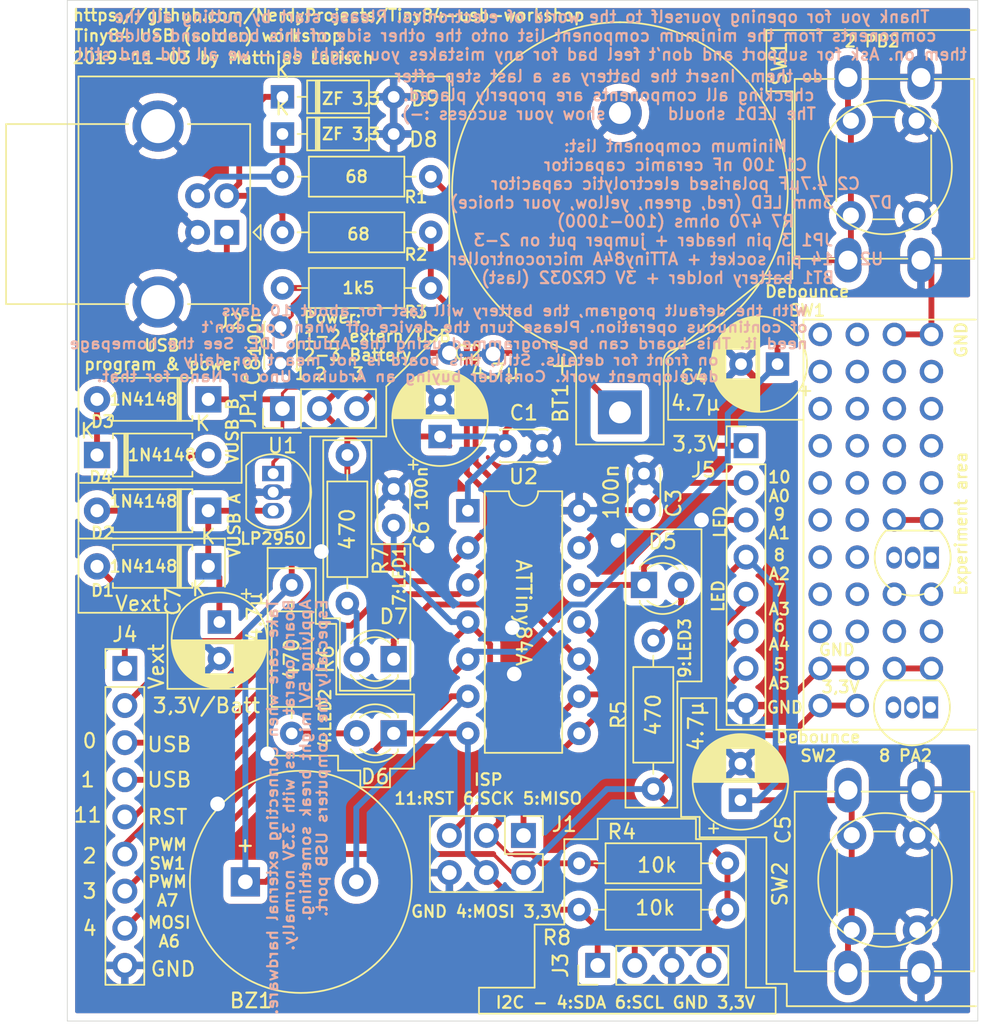
<source format=kicad_pcb>
(kicad_pcb (version 20171130) (host pcbnew 5.1.4)
  (layers (0 F.Cu signal) (31 B.Cu signal) (34 B.Paste user) (35 F.Paste user) (36 B.SilkS user hide) (37 F.SilkS user) (38 B.Mask user) (39 F.Mask user) (44 Edge.Cuts user))
  (net 0 "")
  (net 1 "Net-(BT1-Pad1)")
  (net 2 GND)
  (net 3 +3V3)
  (net 4 VDC)
  (net 5 "Net-(D2-Pad2)")
  (net 6 "Net-(D3-Pad2)")
  (net 7 "Net-(D5-Pad2)")
  (net 8 "Net-(D6-Pad2)")
  (net 9 MOSI)
  (net 10 "Net-(D7-Pad2)")
  (net 11 RESET)
  (net 12 SCK)
  (net 13 MISO)
  (net 14 USB_D+)
  (net 15 USB_D-)
  (net 16 PA7)
  (net 17 PA0)
  (net 18 PA3)
  (net 19 PA2)
  (net 20 PA1)
  (net 21 PB2)
  (net 22 "Net-(D8-Pad1)")
  (net 23 "Net-(D9-Pad1)")
  (net 24 "Net-(C7-Pad1)")
  (net 25 "Net-(C8-Pad1)")
  (module Package_TO_SOT_THT:TO-92_Inline (layer F.Cu) (at 104.075 63.625 180)
    (fp_text reference Q2 hide)
    (fp_text value BC547)
    (pad 1 thru_hole rect (at 0 0 180) (size 1.05 1.5) (drill 0.75) (layers *.Cu *.Mask))
    (pad 3 thru_hole oval (at 2.54 0 180) (size 1.05 1.5) (drill 0.75) (layers *.Cu *.Mask))
    (pad 2 thru_hole oval (at 1.27 0 180) (size 1.05 1.5) (drill 0.75) (layers *.Cu *.Mask))
  )
  (module Package_TO_SOT_THT:TO-92_Inline (layer F.Cu) (at 104.125 53.375 180)
    (fp_text reference Q1 hide)
    (fp_text value BC547)
    (pad 1 thru_hole rect (at 0 0 180) (size 1.05 1.5) (drill 0.75) (layers *.Cu *.Mask))
    (pad 3 thru_hole oval (at 2.54 0 180) (size 1.05 1.5) (drill 0.75) (layers *.Cu *.Mask))
    (pad 2 thru_hole oval (at 1.27 0 180) (size 1.05 1.5) (drill 0.75) (layers *.Cu *.Mask))
  )
  (module Capacitor_THT:C_Disc_D3.0mm_W2.0mm_P2.50mm (layer F.Cu) (at 59.563 37.592 270)
    (fp_text reference C8 (at 3.048 1.905 90) (layer F.SilkS))
    (fp_text value 100n (at 0.508 1.778 90) (layer F.SilkS) (effects (font (size 0.8 0.8))))
    (pad 2 thru_hole circle (at 2.5 0 270) (size 1.6 1.6) (drill 0.8) (layers *.Cu *.Mask) (net 2 GND))
    (pad 1 thru_hole circle (at 0 0 270) (size 1.6 1.6) (drill 0.8) (layers *.Cu *.Mask) (net 25 "Net-(C8-Pad1)"))
  )
  (module Capacitor_THT:CP_Radial_D6.3mm_P2.50mm (layer F.Cu) (at 55.372 57.785 270)
    (fp_text reference C7 (at -1.397 3.175 90) (layer F.SilkS))
    (fp_text value 4.7µ (at -0.381 -2.413 270) (layer F.SilkS))
    (pad 2 thru_hole circle (at 2.5 0 270) (size 1.6 1.6) (drill 0.8) (layers *.Cu *.Mask) (net 2 GND))
    (pad 1 thru_hole rect (at 0 0 270) (size 1.6 1.6) (drill 0.8) (layers *.Cu *.Mask) (net 24 "Net-(C7-Pad1)"))
  )
  (module Diode_THT:D_DO-35_SOD27_P7.62mm_Horizontal (layer F.Cu) (at 59.69 21.844)
    (fp_text reference D9 (at 9.779 0.127) (layer F.SilkS))
    (fp_text value "ZF 3,3" (at 4.699 0.127) (layer F.SilkS) (effects (font (size 0.8 0.8))))
    (fp_text user K (at 0 -1.8) (layer F.SilkS))
    (pad 2 thru_hole oval (at 7.62 0) (size 1.6 1.6) (drill 0.8) (layers *.Cu *.Mask) (net 2 GND))
    (pad 1 thru_hole rect (at 0 0) (size 1.6 1.6) (drill 0.8) (layers *.Cu *.Mask) (net 23 "Net-(D9-Pad1)"))
  )
  (module Diode_THT:D_DO-35_SOD27_P7.62mm_Horizontal (layer F.Cu) (at 59.69 24.384)
    (fp_text reference D8 (at 9.652 0.381) (layer F.SilkS))
    (fp_text value "ZF 3,3" (at 4.699 0) (layer F.SilkS) (effects (font (size 0.8 0.8))))
    (fp_text user K (at 0 -1.8) (layer F.SilkS))
    (pad 2 thru_hole oval (at 7.62 0) (size 1.6 1.6) (drill 0.8) (layers *.Cu *.Mask) (net 2 GND))
    (pad 1 thru_hole rect (at 0 0) (size 1.6 1.6) (drill 0.8) (layers *.Cu *.Mask) (net 22 "Net-(D8-Pad1)"))
  )
  (module Button_Switch_THT:SW_PUSH_6mm (layer F.Cu) (at 98.679 78.867 90)
    (fp_text reference SW4 hide)
    (fp_text value SW_Push)
    (pad 1 thru_hole circle (at 6.5 0 180) (size 2 2) (drill 1.1) (layers *.Cu *.Mask) (net 19 PA2))
    (pad 2 thru_hole circle (at 6.5 4.5 180) (size 2 2) (drill 1.1) (layers *.Cu *.Mask) (net 2 GND))
    (pad 1 thru_hole circle (at 0 0 180) (size 2 2) (drill 1.1) (layers *.Cu *.Mask) (net 19 PA2))
    (pad 2 thru_hole circle (at 0 4.5 180) (size 2 2) (drill 1.1) (layers *.Cu *.Mask) (net 2 GND))
  )
  (module Button_Switch_THT:SW_PUSH_6mm (layer F.Cu) (at 98.624 29.972 90)
    (fp_text reference SW3 hide)
    (fp_text value SW_Push)
    (pad 1 thru_hole circle (at 6.5 0 180) (size 2 2) (drill 1.1) (layers *.Cu *.Mask) (net 21 PB2))
    (pad 2 thru_hole circle (at 6.5 4.5 180) (size 2 2) (drill 1.1) (layers *.Cu *.Mask) (net 2 GND))
    (pad 1 thru_hole circle (at 0 0 180) (size 2 2) (drill 1.1) (layers *.Cu *.Mask) (net 21 PB2))
    (pad 2 thru_hole circle (at 0 4.5 180) (size 2 2) (drill 1.1) (layers *.Cu *.Mask) (net 2 GND))
  )
  (module Capacitor_THT:C_Disc_D3.0mm_W2.0mm_P2.50mm (layer F.Cu) (at 67.31 51.181 90)
    (fp_text reference C6 (at -0.635 1.905 90) (layer F.SilkS))
    (fp_text value 100n (at 2.54 1.905 90) (layer F.SilkS) (effects (font (size 0.8 0.8))))
    (pad 2 thru_hole circle (at 2.5 0 90) (size 1.6 1.6) (drill 0.8) (layers *.Cu *.Mask) (net 2 GND))
    (pad 1 thru_hole circle (at 0 0 90) (size 1.6 1.6) (drill 0.8) (layers *.Cu *.Mask) (net 11 RESET))
  )
  (module Capacitor_THT:C_Disc_D3.0mm_W2.0mm_P2.50mm (layer F.Cu) (at 84.455 47.625 270)
    (fp_text reference C3 (at 2.032 -2.032 90) (layer F.SilkS))
    (fp_text value 100n (at 1.25 2.25 90) (layer F.SilkS))
    (pad 2 thru_hole circle (at 2.5 0 270) (size 1.6 1.6) (drill 0.8) (layers *.Cu *.Mask) (net 17 PA0))
    (pad 1 thru_hole circle (at 0 0 270) (size 1.6 1.6) (drill 0.8) (layers *.Cu *.Mask) (net 2 GND))
  )
  (module Capacitor_THT:C_Disc_D3.0mm_W2.0mm_P2.50mm (layer F.Cu) (at 74.97 45.72)
    (fp_text reference C1 (at 1.25 -2.25) (layer F.SilkS))
    (fp_text value 100n)
    (pad 2 thru_hole circle (at 2.5 0) (size 1.6 1.6) (drill 0.8) (layers *.Cu *.Mask) (net 2 GND))
    (pad 1 thru_hole circle (at 0 0) (size 1.6 1.6) (drill 0.8) (layers *.Cu *.Mask) (net 3 +3V3))
  )
  (module Connector_PinHeader_2.54mm:PinHeader_1x08_P2.54mm_Vertical (layer F.Cu) (at 91.44 45.72)
    (fp_text reference J5 (at -2.921 1.651) (layer F.SilkS))
    (fp_text value Conn_01x08)
    (pad 8 thru_hole oval (at 0 17.78) (size 1.7 1.7) (drill 1) (layers *.Cu *.Mask) (net 2 GND))
    (pad 7 thru_hole oval (at 0 15.24) (size 1.7 1.7) (drill 1) (layers *.Cu *.Mask) (net 13 MISO))
    (pad 6 thru_hole oval (at 0 12.7) (size 1.7 1.7) (drill 1) (layers *.Cu *.Mask) (net 12 SCK))
    (pad 5 thru_hole oval (at 0 10.16) (size 1.7 1.7) (drill 1) (layers *.Cu *.Mask) (net 18 PA3))
    (pad 4 thru_hole oval (at 0 7.62) (size 1.7 1.7) (drill 1) (layers *.Cu *.Mask) (net 19 PA2))
    (pad 3 thru_hole oval (at 0 5.08) (size 1.7 1.7) (drill 1) (layers *.Cu *.Mask) (net 20 PA1))
    (pad 2 thru_hole oval (at 0 2.54) (size 1.7 1.7) (drill 1) (layers *.Cu *.Mask) (net 17 PA0))
    (pad 1 thru_hole rect (at 0 0) (size 1.7 1.7) (drill 1) (layers *.Cu *.Mask) (net 3 +3V3))
  )
  (module Connector_PinHeader_2.54mm:PinHeader_1x09_P2.54mm_Vertical (layer F.Cu) (at 48.895 60.96)
    (fp_text reference J4 (at 0 -2.33) (layer F.SilkS))
    (fp_text value Conn_01x09)
    (pad 9 thru_hole oval (at 0 20.32) (size 1.7 1.7) (drill 1) (layers *.Cu *.Mask) (net 2 GND))
    (pad 8 thru_hole oval (at 0 17.78) (size 1.7 1.7) (drill 1) (layers *.Cu *.Mask) (net 9 MOSI))
    (pad 7 thru_hole oval (at 0 15.24) (size 1.7 1.7) (drill 1) (layers *.Cu *.Mask) (net 16 PA7))
    (pad 6 thru_hole oval (at 0 12.7) (size 1.7 1.7) (drill 1) (layers *.Cu *.Mask) (net 21 PB2))
    (pad 5 thru_hole oval (at 0 10.16) (size 1.7 1.7) (drill 1) (layers *.Cu *.Mask) (net 11 RESET))
    (pad 4 thru_hole oval (at 0 7.62) (size 1.7 1.7) (drill 1) (layers *.Cu *.Mask) (net 14 USB_D+))
    (pad 3 thru_hole oval (at 0 5.08) (size 1.7 1.7) (drill 1) (layers *.Cu *.Mask) (net 15 USB_D-))
    (pad 2 thru_hole oval (at 0 2.54) (size 1.7 1.7) (drill 1) (layers *.Cu *.Mask) (net 3 +3V3))
    (pad 1 thru_hole rect (at 0 0) (size 1.7 1.7) (drill 1) (layers *.Cu *.Mask) (net 4 VDC))
  )
  (module Connector_PinHeader_2.54mm:PinHeader_1x04_P2.54mm_Vertical (layer F.Cu) (at 81.28 81.28 90)
    (fp_text reference J3 (at 0 -2.54 90) (layer F.SilkS))
    (fp_text value I2C)
    (pad 4 thru_hole oval (at 0 7.62 90) (size 1.7 1.7) (drill 1) (layers *.Cu *.Mask) (net 3 +3V3))
    (pad 3 thru_hole oval (at 0 5.08 90) (size 1.7 1.7) (drill 1) (layers *.Cu *.Mask) (net 2 GND))
    (pad 2 thru_hole oval (at 0 2.54 90) (size 1.7 1.7) (drill 1) (layers *.Cu *.Mask) (net 12 SCK))
    (pad 1 thru_hole rect (at 0 0 90) (size 1.7 1.7) (drill 1) (layers *.Cu *.Mask) (net 9 MOSI))
  )
  (module Package_DIP:DIP-14_W7.62mm (layer F.Cu) (at 72.39 50.165)
    (fp_text reference U2 (at 3.81 -2.33) (layer F.SilkS))
    (fp_text value ATtiny84A-PU)
    (pad 14 thru_hole oval (at 7.62 0) (size 1.6 1.6) (drill 0.8) (layers *.Cu *.Mask) (net 2 GND))
    (pad 7 thru_hole oval (at 0 15.24) (size 1.6 1.6) (drill 0.8) (layers *.Cu *.Mask) (net 9 MOSI))
    (pad 13 thru_hole oval (at 7.62 2.54) (size 1.6 1.6) (drill 0.8) (layers *.Cu *.Mask) (net 17 PA0))
    (pad 6 thru_hole oval (at 0 12.7) (size 1.6 1.6) (drill 0.8) (layers *.Cu *.Mask) (net 16 PA7))
    (pad 12 thru_hole oval (at 7.62 5.08) (size 1.6 1.6) (drill 0.8) (layers *.Cu *.Mask) (net 20 PA1))
    (pad 5 thru_hole oval (at 0 10.16) (size 1.6 1.6) (drill 0.8) (layers *.Cu *.Mask) (net 21 PB2))
    (pad 11 thru_hole oval (at 7.62 7.62) (size 1.6 1.6) (drill 0.8) (layers *.Cu *.Mask) (net 19 PA2))
    (pad 4 thru_hole oval (at 0 7.62) (size 1.6 1.6) (drill 0.8) (layers *.Cu *.Mask) (net 11 RESET))
    (pad 10 thru_hole oval (at 7.62 10.16) (size 1.6 1.6) (drill 0.8) (layers *.Cu *.Mask) (net 18 PA3))
    (pad 3 thru_hole oval (at 0 5.08) (size 1.6 1.6) (drill 0.8) (layers *.Cu *.Mask) (net 14 USB_D+))
    (pad 9 thru_hole oval (at 7.62 12.7) (size 1.6 1.6) (drill 0.8) (layers *.Cu *.Mask) (net 12 SCK))
    (pad 2 thru_hole oval (at 0 2.54) (size 1.6 1.6) (drill 0.8) (layers *.Cu *.Mask) (net 15 USB_D-))
    (pad 8 thru_hole oval (at 7.62 15.24) (size 1.6 1.6) (drill 0.8) (layers *.Cu *.Mask) (net 13 MISO))
    (pad 1 thru_hole rect (at 0 0) (size 1.6 1.6) (drill 0.8) (layers *.Cu *.Mask) (net 3 +3V3))
  )
  (module Package_TO_SOT_THT:TO-92_Inline (layer F.Cu) (at 59.055 47.625 270)
    (fp_text reference U1 (at -1.905 -0.635 180) (layer F.SilkS))
    (fp_text value LP2950-3.3_TO92)
    (pad 1 thru_hole rect (at 0 0 270) (size 1.05 1.5) (drill 0.75) (layers *.Cu *.Mask) (net 25 "Net-(C8-Pad1)"))
    (pad 3 thru_hole oval (at 2.54 0 270) (size 1.05 1.5) (drill 0.75) (layers *.Cu *.Mask) (net 24 "Net-(C7-Pad1)"))
    (pad 2 thru_hole oval (at 1.27 0 270) (size 1.05 1.5) (drill 0.75) (layers *.Cu *.Mask) (net 2 GND))
  )
  (module Button_Switch_THT:SW_PUSH-12mm (layer F.Cu) (at 98.425 81.788 90)
    (fp_text reference SW2 (at 6.08 -4.66 90) (layer F.SilkS))
    (fp_text value BTN2)
    (pad 2 thru_hole oval (at 0 5 90) (size 3.048 1.85) (drill 1.3) (layers *.Cu *.Mask) (net 2 GND))
    (pad 1 thru_hole oval (at 0 0 90) (size 3.048 1.85) (drill 1.3) (layers *.Cu *.Mask) (net 19 PA2))
    (pad 2 thru_hole oval (at 12.5 5 90) (size 3.048 1.85) (drill 1.3) (layers *.Cu *.Mask) (net 2 GND))
    (pad 1 thru_hole oval (at 12.5 0 90) (size 3.048 1.85) (drill 1.3) (layers *.Cu *.Mask) (net 19 PA2))
  )
  (module Button_Switch_THT:SW_PUSH-12mm (layer F.Cu) (at 98.425 33.02 90)
    (fp_text reference SW1 (at 13.462 -4.699 90) (layer F.SilkS))
    (fp_text value BTN1)
    (pad 2 thru_hole oval (at 0 5 90) (size 3.048 1.85) (drill 1.3) (layers *.Cu *.Mask) (net 2 GND))
    (pad 1 thru_hole oval (at 0 0 90) (size 3.048 1.85) (drill 1.3) (layers *.Cu *.Mask) (net 21 PB2))
    (pad 2 thru_hole oval (at 12.5 5 90) (size 3.048 1.85) (drill 1.3) (layers *.Cu *.Mask) (net 2 GND))
    (pad 1 thru_hole oval (at 12.5 0 90) (size 3.048 1.85) (drill 1.3) (layers *.Cu *.Mask) (net 21 PB2))
  )
  (module Resistor_THT:R_Axial_DIN0207_L6.3mm_D2.5mm_P10.16mm_Horizontal (layer F.Cu) (at 80.01 77.47)
    (fp_text reference R8 (at -1.524 1.905) (layer F.SilkS))
    (fp_text value 10k (at 5.207 -0.127) (layer F.SilkS))
    (pad 2 thru_hole oval (at 10.16 0) (size 1.6 1.6) (drill 0.8) (layers *.Cu *.Mask) (net 3 +3V3))
    (pad 1 thru_hole circle (at 0 0) (size 1.6 1.6) (drill 0.8) (layers *.Cu *.Mask) (net 9 MOSI))
  )
  (module Resistor_THT:R_Axial_DIN0207_L6.3mm_D2.5mm_P10.16mm_Horizontal (layer F.Cu) (at 64.135 46.355 270)
    (fp_text reference R7 (at 7.239 -2.286 90) (layer F.SilkS))
    (fp_text value 470 (at 5.08 0 90) (layer F.SilkS))
    (pad 2 thru_hole oval (at 10.16 0 270) (size 1.6 1.6) (drill 0.8) (layers *.Cu *.Mask) (net 10 "Net-(D7-Pad2)"))
    (pad 1 thru_hole circle (at 0 0 270) (size 1.6 1.6) (drill 0.8) (layers *.Cu *.Mask) (net 3 +3V3))
  )
  (module Resistor_THT:R_Axial_DIN0207_L6.3mm_D2.5mm_P10.16mm_Horizontal (layer F.Cu) (at 60.325 55.245 270)
    (fp_text reference R6 (at 5.08 -2.37 90) (layer F.SilkS))
    (fp_text value 470 (at 5.08 0 90) (layer F.SilkS))
    (pad 2 thru_hole oval (at 10.16 0 270) (size 1.6 1.6) (drill 0.8) (layers *.Cu *.Mask) (net 8 "Net-(D6-Pad2)"))
    (pad 1 thru_hole circle (at 0 0 270) (size 1.6 1.6) (drill 0.8) (layers *.Cu *.Mask) (net 3 +3V3))
  )
  (module Resistor_THT:R_Axial_DIN0207_L6.3mm_D2.5mm_P10.16mm_Horizontal (layer F.Cu) (at 85.09 69.215 90)
    (fp_text reference R5 (at 5.08 -2.37 90) (layer F.SilkS))
    (fp_text value 470 (at 5.08 0 90) (layer F.SilkS))
    (pad 2 thru_hole oval (at 10.16 0 90) (size 1.6 1.6) (drill 0.8) (layers *.Cu *.Mask) (net 7 "Net-(D5-Pad2)"))
    (pad 1 thru_hole circle (at 0 0 90) (size 1.6 1.6) (drill 0.8) (layers *.Cu *.Mask) (net 3 +3V3))
  )
  (module Resistor_THT:R_Axial_DIN0207_L6.3mm_D2.5mm_P10.16mm_Horizontal (layer F.Cu) (at 80.01 74.295)
    (fp_text reference R4 (at 2.921 -2.159) (layer F.SilkS))
    (fp_text value 10k (at 5.334 0.127) (layer F.SilkS))
    (pad 2 thru_hole oval (at 10.16 0) (size 1.6 1.6) (drill 0.8) (layers *.Cu *.Mask) (net 3 +3V3))
    (pad 1 thru_hole circle (at 0 0) (size 1.6 1.6) (drill 0.8) (layers *.Cu *.Mask) (net 12 SCK))
  )
  (module Resistor_THT:R_Axial_DIN0207_L6.3mm_D2.5mm_P10.16mm_Horizontal (layer F.Cu) (at 69.85 34.925 180)
    (fp_text reference R3 (at 1.016 -1.651) (layer F.SilkS) (effects (font (size 0.8 0.8))))
    (fp_text value 1k5 (at 4.953 0) (layer F.SilkS) (effects (font (size 0.8 0.8))))
    (pad 2 thru_hole oval (at 10.16 0 180) (size 1.6 1.6) (drill 0.8) (layers *.Cu *.Mask) (net 3 +3V3))
    (pad 1 thru_hole circle (at 0 0 180) (size 1.6 1.6) (drill 0.8) (layers *.Cu *.Mask) (net 15 USB_D-))
  )
  (module Resistor_THT:R_Axial_DIN0207_L6.3mm_D2.5mm_P10.16mm_Horizontal (layer F.Cu) (at 69.85 31.115 180)
    (fp_text reference R2 (at 1.016 -1.524) (layer F.SilkS) (effects (font (size 0.8 0.8))))
    (fp_text value 68 (at 4.953 -0.127) (layer F.SilkS) (effects (font (size 0.8 0.8))))
    (pad 2 thru_hole oval (at 10.16 0 180) (size 1.6 1.6) (drill 0.8) (layers *.Cu *.Mask) (net 23 "Net-(D9-Pad1)"))
    (pad 1 thru_hole circle (at 0 0 180) (size 1.6 1.6) (drill 0.8) (layers *.Cu *.Mask) (net 15 USB_D-))
  )
  (module Resistor_THT:R_Axial_DIN0207_L6.3mm_D2.5mm_P10.16mm_Horizontal (layer F.Cu) (at 69.85 27.305 180)
    (fp_text reference R1 (at 1.016 -1.397) (layer F.SilkS) (effects (font (size 0.8 0.8))))
    (fp_text value 68 (at 5.08 0) (layer F.SilkS) (effects (font (size 0.8 0.8))))
    (pad 2 thru_hole oval (at 10.16 0 180) (size 1.6 1.6) (drill 0.8) (layers *.Cu *.Mask) (net 22 "Net-(D8-Pad1)"))
    (pad 1 thru_hole circle (at 0 0 180) (size 1.6 1.6) (drill 0.8) (layers *.Cu *.Mask) (net 14 USB_D+))
  )
  (module Connector_PinHeader_2.54mm:PinHeader_1x03_P2.54mm_Vertical (layer F.Cu) (at 59.69 43.18 90)
    (fp_text reference JP1 (at 0 -2.33 90) (layer F.SilkS))
    (fp_text value Jumper_3_Open)
    (pad 3 thru_hole oval (at 0 5.08 90) (size 1.7 1.7) (drill 1) (layers *.Cu *.Mask) (net 1 "Net-(BT1-Pad1)"))
    (pad 2 thru_hole oval (at 0 2.54 90) (size 1.7 1.7) (drill 1) (layers *.Cu *.Mask) (net 3 +3V3))
    (pad 1 thru_hole rect (at 0 0 90) (size 1.7 1.7) (drill 1) (layers *.Cu *.Mask) (net 25 "Net-(C8-Pad1)"))
  )
  (module Connector_USB:USB_B_OST_USB-B1HSxx_Horizontal (layer F.Cu) (at 55.88 31.115 180)
    (fp_text reference J2 (at -0.254 -6.096) (layer F.SilkS))
    (fp_text value USB_B)
    (pad 5 thru_hole circle (at 4.71 7.27 180) (size 3.5 3.5) (drill 2.33) (layers *.Cu *.Mask) (net 2 GND))
    (pad 5 thru_hole circle (at 4.71 -4.77 180) (size 3.5 3.5) (drill 2.33) (layers *.Cu *.Mask) (net 2 GND))
    (pad 4 thru_hole circle (at 2 0 180) (size 1.7 1.7) (drill 0.92) (layers *.Cu *.Mask) (net 2 GND))
    (pad 3 thru_hole circle (at 2 2.5 180) (size 1.7 1.7) (drill 0.92) (layers *.Cu *.Mask) (net 22 "Net-(D8-Pad1)"))
    (pad 2 thru_hole circle (at 0 2.5 180) (size 1.7 1.7) (drill 0.92) (layers *.Cu *.Mask) (net 23 "Net-(D9-Pad1)"))
    (pad 1 thru_hole rect (at 0 0 180) (size 1.7 1.7) (drill 0.92) (layers *.Cu *.Mask) (net 5 "Net-(D2-Pad2)"))
  )
  (module Connector_PinHeader_2.54mm:PinHeader_2x03_P2.54mm_Vertical (layer F.Cu) (at 76.2 72.39 270)
    (fp_text reference J1 (at -0.762 -2.794 180) (layer F.SilkS))
    (fp_text value Conn_02x03_Odd_Even)
    (pad 6 thru_hole oval (at 2.54 5.08 270) (size 1.7 1.7) (drill 1) (layers *.Cu *.Mask) (net 2 GND))
    (pad 5 thru_hole oval (at 0 5.08 270) (size 1.7 1.7) (drill 1) (layers *.Cu *.Mask) (net 11 RESET))
    (pad 4 thru_hole oval (at 2.54 2.54 270) (size 1.7 1.7) (drill 1) (layers *.Cu *.Mask) (net 9 MOSI))
    (pad 3 thru_hole oval (at 0 2.54 270) (size 1.7 1.7) (drill 1) (layers *.Cu *.Mask) (net 12 SCK))
    (pad 2 thru_hole oval (at 2.54 0 270) (size 1.7 1.7) (drill 1) (layers *.Cu *.Mask) (net 3 +3V3))
    (pad 1 thru_hole rect (at 0 0 270) (size 1.7 1.7) (drill 1) (layers *.Cu *.Mask) (net 13 MISO))
  )
  (module LED_THT:LED_D3.0mm (layer F.Cu) (at 67.31 60.325 180)
    (fp_text reference D7 (at 0 2.921) (layer F.SilkS))
    (fp_text value LED1)
    (pad 2 thru_hole circle (at 2.54 0 180) (size 1.8 1.8) (drill 0.9) (layers *.Cu *.Mask) (net 10 "Net-(D7-Pad2)"))
    (pad 1 thru_hole rect (at 0 0 180) (size 1.8 1.8) (drill 0.9) (layers *.Cu *.Mask) (net 18 PA3))
  )
  (module LED_THT:LED_D3.0mm (layer F.Cu) (at 67.31 65.405 180)
    (fp_text reference D6 (at 1.27 -2.96) (layer F.SilkS))
    (fp_text value LED2)
    (pad 2 thru_hole circle (at 2.54 0 180) (size 1.8 1.8) (drill 0.9) (layers *.Cu *.Mask) (net 8 "Net-(D6-Pad2)"))
    (pad 1 thru_hole rect (at 0 0 180) (size 1.8 1.8) (drill 0.9) (layers *.Cu *.Mask) (net 9 MOSI))
  )
  (module LED_THT:LED_D3.0mm (layer F.Cu) (at 84.455 55.245)
    (fp_text reference D5 (at 1.27 -2.96) (layer F.SilkS))
    (fp_text value LED3)
    (pad 2 thru_hole circle (at 2.54 0) (size 1.8 1.8) (drill 0.9) (layers *.Cu *.Mask) (net 7 "Net-(D5-Pad2)"))
    (pad 1 thru_hole rect (at 0 0) (size 1.8 1.8) (drill 0.9) (layers *.Cu *.Mask) (net 20 PA1))
  )
  (module Diode_THT:D_A-405_P7.62mm_Horizontal (layer F.Cu) (at 46.99 46.355)
    (fp_text reference D4 (at 0.254 1.524) (layer F.SilkS) (effects (font (size 0.8 0.8))))
    (fp_text value 1N4148 (at 4.445 0) (layer F.SilkS) (effects (font (size 0.8 0.8))))
    (fp_text user K (at -0.635 -1.651) (layer F.SilkS))
    (pad 2 thru_hole oval (at 7.62 0) (size 1.8 1.8) (drill 0.9) (layers *.Cu *.Mask) (net 5 "Net-(D2-Pad2)"))
    (pad 1 thru_hole rect (at 0 0) (size 1.8 1.8) (drill 0.9) (layers *.Cu *.Mask) (net 6 "Net-(D3-Pad2)"))
  )
  (module Diode_THT:D_A-405_P7.62mm_Horizontal (layer F.Cu) (at 54.61 42.545 180)
    (fp_text reference D3 (at 7.239 -1.524) (layer F.SilkS) (effects (font (size 0.8 0.8))))
    (fp_text value 1N4148 (at 4.445 0) (layer F.SilkS) (effects (font (size 0.8 0.8))))
    (fp_text user K (at 0.381 -1.651) (layer F.SilkS))
    (pad 2 thru_hole oval (at 7.62 0 180) (size 1.8 1.8) (drill 0.9) (layers *.Cu *.Mask) (net 6 "Net-(D3-Pad2)"))
    (pad 1 thru_hole rect (at 0 0 180) (size 1.8 1.8) (drill 0.9) (layers *.Cu *.Mask) (net 25 "Net-(C8-Pad1)"))
  )
  (module Diode_THT:D_A-405_P7.62mm_Horizontal (layer F.Cu) (at 54.61 50.165 180)
    (fp_text reference D2 (at 7.239 -1.524) (layer F.SilkS) (effects (font (size 0.8 0.8))))
    (fp_text value 1N4148 (at 4.445 0.635) (layer F.SilkS) (effects (font (size 0.8 0.8))))
    (fp_text user K (at 0 -1.778) (layer F.SilkS))
    (pad 2 thru_hole oval (at 7.62 0 180) (size 1.8 1.8) (drill 0.9) (layers *.Cu *.Mask) (net 5 "Net-(D2-Pad2)"))
    (pad 1 thru_hole rect (at 0 0 180) (size 1.8 1.8) (drill 0.9) (layers *.Cu *.Mask) (net 24 "Net-(C7-Pad1)"))
  )
  (module Diode_THT:D_A-405_P7.62mm_Horizontal (layer F.Cu) (at 54.61 53.975 180)
    (fp_text reference D1 (at 7.239 -1.651) (layer F.SilkS) (effects (font (size 0.8 0.8))))
    (fp_text value 1N4148 (at 4.445 0) (layer F.SilkS) (effects (font (size 0.8 0.8))))
    (fp_text user K (at 0.635 -1.524) (layer F.SilkS))
    (pad 2 thru_hole oval (at 7.62 0 180) (size 1.8 1.8) (drill 0.9) (layers *.Cu *.Mask) (net 4 VDC))
    (pad 1 thru_hole rect (at 0 0 180) (size 1.8 1.8) (drill 0.9) (layers *.Cu *.Mask) (net 24 "Net-(C7-Pad1)"))
  )
  (module Capacitor_THT:CP_Radial_D6.3mm_P2.50mm (layer F.Cu) (at 91.059 69.977 90)
    (fp_text reference C5 (at -2.032 2.921 90) (layer F.SilkS))
    (fp_text value 4.7µ (at 5.08 -3.048 90) (layer F.SilkS))
    (pad 2 thru_hole circle (at 2.5 0 90) (size 1.6 1.6) (drill 0.8) (layers *.Cu *.Mask) (net 2 GND))
    (pad 1 thru_hole rect (at 0 0 90) (size 1.6 1.6) (drill 0.8) (layers *.Cu *.Mask) (net 19 PA2))
  )
  (module Capacitor_THT:CP_Radial_D6.3mm_P2.50mm (layer F.Cu) (at 93.599 40.132 180)
    (fp_text reference C4 (at 5.715 -0.889) (layer F.SilkS))
    (fp_text value 4.7µ (at 5.588 -2.667) (layer F.SilkS))
    (pad 2 thru_hole circle (at 2.5 0 180) (size 1.6 1.6) (drill 0.8) (layers *.Cu *.Mask) (net 2 GND))
    (pad 1 thru_hole rect (at 0 0 180) (size 1.6 1.6) (drill 0.8) (layers *.Cu *.Mask) (net 21 PB2))
  )
  (module Capacitor_THT:CP_Radial_D6.3mm_P2.50mm (layer F.Cu) (at 70.485 45.085 90)
    (fp_text reference C2 (at 5.715 1.905 180) (layer F.SilkS))
    (fp_text value 4.7µ (at 4.445 3.81 180) (layer F.SilkS))
    (pad 2 thru_hole circle (at 2.5 0 90) (size 1.6 1.6) (drill 0.8) (layers *.Cu *.Mask) (net 2 GND))
    (pad 1 thru_hole rect (at 0 0 90) (size 1.6 1.6) (drill 0.8) (layers *.Cu *.Mask) (net 3 +3V3))
  )
  (module Buzzer_Beeper:Buzzer_15x7.5RM7.6 (layer F.Cu) (at 57.15 75.565)
    (fp_text reference BZ1 (at 0.381 8.128) (layer F.SilkS))
    (fp_text value Buzzer)
    (fp_text user + (at -0.01 -2.54) (layer F.SilkS))
    (pad 2 thru_hole circle (at 7.6 0) (size 2 2) (drill 1) (layers *.Cu *.Mask) (net 16 PA7))
    (pad 1 thru_hole rect (at 0 0) (size 2 2) (drill 1) (layers *.Cu *.Mask) (net 3 +3V3))
  )
  (module Battery:BatteryHolder_Keystone_103_1x20mm (layer F.Cu) (at 82.804 43.434 90)
    (fp_text reference BT1 (at 0.635 -4.064 90) (layer F.SilkS))
    (fp_text value Battery_Cell)
    (fp_text user + (at 3.175 -4.064 90) (layer F.SilkS) (effects (font (size 1.5 1.5))))
    (pad 1 thru_hole rect (at 0 0 90) (size 3 3) (drill 1.5) (layers *.Cu *.Mask) (net 1 "Net-(BT1-Pad1)"))
    (pad 2 thru_hole circle (at 20.49 0 90) (size 3 3) (drill 1.5) (layers *.Cu *.Mask) (net 2 GND))
  )
  (gr_line (start 58.674 52.705) (end 58.674 54.102) (layer F.SilkS) (width 0.12))
  (gr_line (start 51.816 62.357) (end 58.674 62.357) (layer F.SilkS) (width 0.12))
  (gr_line (start 51.816 57.15) (end 51.816 62.357) (layer F.SilkS) (width 0.12))
  (gr_text LED (at 89.535 56.007 90) (layer F.SilkS) (effects (font (size 0.8 0.8))))
  (gr_text LED (at 89.662 50.927 90) (layer F.SilkS) (effects (font (size 0.8 0.8))))
  (gr_text "8 PA2" (at 102.362 66.929) (layer F.SilkS) (effects (font (size 0.8 0.8))))
  (gr_text "2 PB2" (at 100.076 18.034) (layer F.SilkS) (effects (font (size 0.8 0.8))))
  (gr_line (start 95.377 43.942) (end 95.377 65.151) (layer F.SilkS) (width 0.12))
  (gr_text 3,3V (at 97.917 62.23) (layer F.SilkS) (effects (font (size 0.8 0.8))))
  (gr_text GND (at 97.663 59.69) (layer F.SilkS) (effects (font (size 0.8 0.8))))
  (gr_text GND (at 106.172 38.481 90) (layer F.SilkS) (effects (font (size 0.8 0.8))))
  (gr_text "Take care when connecting external hardware.\nBoard operat    es with 3.3V normally.\nApplying 5V might break something.\nEspecially the computers USB port." (at 60.706 56.134 90) (layer B.SilkS) (effects (font (size 0.7 0.8)) (justify left mirror)))
  (gr_text "With the default program, the battery will last for about 10 days\nof continuous operation. Please turn the device off when you don't\nneed it. This board can be programmed using the Arduino IDE. See the homepage\n          on front for details. Still, this board is not meant for daily\n          development work. Consider buying an Arduino Uno or Nano for that." (at 95.758 38.735) (layer B.SilkS) (effects (font (size 0.7 0.8)) (justify left mirror)))
  (gr_line (start 61.595 45.085) (end 61.595 45.72) (layer F.SilkS) (width 0.12))
  (gr_line (start 66.802 45.085) (end 61.595 45.085) (layer F.SilkS) (width 0.12))
  (gr_text "do them. Insert the battery as a last step after\nchecking all components are properly placed.\nThe LED1 should       show your success :-)" (at 82.042 21.717) (layer B.SilkS) (effects (font (size 0.8 0.8)) (justify mirror)))
  (gr_text "Minimum component list:\nC1 100 nF ceramic capacitor\nC2 4.7µF polarised electrolytic capacitor\n D7    3mm LED (red, green, yellow, your choice)\nR7 470 ohms (100-1000)\n     JP1 3 pin header + jumper put on 2-3\n  U2   14 pin socket + ATTiny84A microcontroller\n    BT1 battery holder + 3V CR2032 (last)" (at 86.614 29.718) (layer B.SilkS) (effects (font (size 0.8 0.8)) (justify mirror)))
  (gr_text "Thank you for opening yourself to the world of electronics. Please start by putting all the\ncomponents from the minimum component list onto the other side of this board and solder\nthem on. Ask for support and don't feel bad for any mistakes you might do - we all did and still" (at 76.073 17.653) (layer B.SilkS) (effects (font (size 0.8 0.8)) (justify mirror)))
  (gr_text "Experiment area" (at 106.172 51.054 90) (layer F.SilkS) (effects (font (size 0.8 0.8))))
  (gr_line (start 95.377 37.084) (end 107.188 37.084) (layer F.SilkS) (width 0.12))
  (gr_line (start 95.377 37.338) (end 95.377 37.084) (layer F.SilkS) (width 0.12))
  (gr_line (start 95.377 43.942) (end 95.377 37.338) (layer F.SilkS) (width 0.12))
  (gr_line (start 86.106 43.942) (end 95.377 43.942) (layer F.SilkS) (width 0.12))
  (gr_line (start 86.106 39.624) (end 86.106 43.942) (layer F.SilkS) (width 0.12))
  (gr_line (start 92.71 34.29) (end 86.106 39.624) (layer F.SilkS) (width 0.12))
  (gr_line (start 94.615 34.29) (end 92.71 34.29) (layer F.SilkS) (width 0.12))
  (gr_line (start 94.615 21.463) (end 94.615 34.29) (layer F.SilkS) (width 0.12))
  (gr_line (start 92.837 21.463) (end 94.615 21.463) (layer F.SilkS) (width 0.12))
  (gr_line (start 92.837 17.272) (end 92.837 21.463) (layer F.SilkS) (width 0.12))
  (gr_line (start 107.188 17.272) (end 92.837 17.272) (layer F.SilkS) (width 0.12))
  (gr_line (start 94.234 84.074) (end 107.188 84.074) (layer F.SilkS) (width 0.12))
  (gr_line (start 94.234 82.55) (end 94.234 84.074) (layer F.SilkS) (width 0.12))
  (gr_line (start 92.837 82.55) (end 94.234 82.55) (layer F.SilkS) (width 0.12))
  (gr_line (start 92.837 72.517) (end 92.837 82.55) (layer F.SilkS) (width 0.12))
  (gr_line (start 91.567 72.517) (end 92.837 72.517) (layer F.SilkS) (width 0.12))
  (gr_line (start 88.265 72.517) (end 91.567 72.517) (layer F.SilkS) (width 0.12))
  (gr_line (start 88.265 71.12) (end 88.265 72.517) (layer F.SilkS) (width 0.12))
  (gr_line (start 86.995 71.12) (end 88.265 71.12) (layer F.SilkS) (width 0.12))
  (gr_line (start 86.995 62.992) (end 86.995 71.12) (layer F.SilkS) (width 0.12))
  (gr_line (start 89.408 62.992) (end 86.995 62.992) (layer F.SilkS) (width 0.12))
  (gr_line (start 89.408 65.151) (end 89.408 62.992) (layer F.SilkS) (width 0.12))
  (gr_line (start 107.188 65.151) (end 89.408 65.151) (layer F.SilkS) (width 0.12))
  (gr_text "Debounce\nSW1" (at 95.631 35.814) (layer F.SilkS) (effects (font (size 0.8 0.8))))
  (gr_text https://github.com/NerdyProjects/Tiny84-usb-workshop (at 62.865 16.256) (layer F.SilkS) (effects (font (size 0.8 0.8))))
  (gr_text "2019-11-03 by Matthias Larisch" (at 55.626 19.177) (layer F.SilkS) (effects (font (size 0.8 0.8))))
  (gr_text "Tiny84 USB (solder) workshop" (at 54.61 17.653) (layer F.SilkS) (effects (font (size 0.8 0.8))))
  (gr_line (start 44.958 15.24) (end 44.958 85.09) (layer Edge.Cuts) (width 0.05))
  (gr_line (start 107.315 15.24) (end 44.958 15.24) (layer Edge.Cuts) (width 0.05))
  (gr_line (start 107.315 85.09) (end 107.315 15.24) (layer Edge.Cuts) (width 0.05))
  (gr_line (start 44.958 85.09) (end 107.315 85.09) (layer Edge.Cuts) (width 0.05))
  (gr_text 0 (at 46.482 65.913) (layer F.SilkS) (effects (font (size 1 1))))
  (gr_text 1 (at 46.355 68.58) (layer F.SilkS) (effects (font (size 1 1))))
  (gr_text GND (at 94.107 63.627) (layer F.SilkS) (effects (font (size 0.8 0.8))))
  (gr_text 3,3V (at 88.011 45.593) (layer F.SilkS) (effects (font (size 1 1))))
  (gr_text "10\nA0" (at 93.726 48.514) (layer F.SilkS) (effects (font (size 0.8 0.8))))
  (gr_text "9\nA1" (at 93.726 51.054) (layer F.SilkS) (effects (font (size 0.8 0.8))))
  (gr_text "8\nA2" (at 93.726 53.848) (layer F.SilkS) (effects (font (size 0.8 0.8))))
  (gr_text "7\nA3" (at 93.726 56.261) (layer F.SilkS) (effects (font (size 0.8 0.8))))
  (gr_text "6\nA4" (at 93.726 58.674) (layer F.SilkS) (effects (font (size 0.8 0.8))))
  (gr_text "5\nA5" (at 93.726 61.341) (layer F.SilkS) (effects (font (size 0.8 0.8))))
  (gr_text GND (at 52.197 81.534) (layer F.SilkS) (effects (font (size 1 1))))
  (gr_text 4 (at 46.482 78.74) (layer F.SilkS) (effects (font (size 1 1))))
  (gr_text "MOSI\nA6" (at 51.943 78.994) (layer F.SilkS) (effects (font (size 0.8 0.8))))
  (gr_text 3 (at 46.482 76.2) (layer F.SilkS) (effects (font (size 1 1))))
  (gr_text "PWM\nA7" (at 51.816 76.2) (layer F.SilkS) (effects (font (size 0.8 0.8))))
  (gr_text 2 (at 46.482 73.787) (layer F.SilkS) (effects (font (size 1 1))))
  (gr_text "PWM\nSW1" (at 51.816 73.66) (layer F.SilkS) (effects (font (size 0.8 0.8))))
  (gr_text RST (at 51.816 71.12) (layer F.SilkS) (effects (font (size 1 1))))
  (gr_text 11 (at 46.355 70.993) (layer F.SilkS) (effects (font (size 1 1))))
  (gr_text USB (at 51.943 68.58) (layer F.SilkS) (effects (font (size 1 1))))
  (gr_text USB (at 51.943 66.167) (layer F.SilkS) (effects (font (size 1 1))))
  (gr_text 3,3V/Batt (at 54.483 63.5) (layer F.SilkS) (effects (font (size 1 1))))
  (gr_text Vext (at 51.054 60.833 90) (layer F.SilkS) (effects (font (size 1 1))))
  (gr_line (start 83.185 70.485) (end 83.439 70.485) (layer F.SilkS) (width 0.12))
  (gr_line (start 83.185 51.435) (end 83.185 70.485) (layer F.SilkS) (width 0.12))
  (gr_line (start 88.392 51.435) (end 83.185 51.435) (layer F.SilkS) (width 0.12))
  (gr_line (start 88.392 61.849) (end 88.392 51.435) (layer F.SilkS) (width 0.12))
  (gr_line (start 88.138 61.849) (end 88.392 61.849) (layer F.SilkS) (width 0.12))
  (gr_line (start 86.741 61.849) (end 88.138 61.849) (layer F.SilkS) (width 0.12))
  (gr_line (start 86.741 70.485) (end 86.741 61.849) (layer F.SilkS) (width 0.12))
  (gr_line (start 83.439 70.485) (end 86.741 70.485) (layer F.SilkS) (width 0.12))
  (gr_text 9:LED3 (at 87.249 59.563 90) (layer F.SilkS) (effects (font (size 0.8 0.8))))
  (gr_line (start 61.976 57.912) (end 61.976 54.102) (layer F.SilkS) (width 0.12))
  (gr_line (start 63.373 57.912) (end 61.976 57.912) (layer F.SilkS) (width 0.12))
  (gr_line (start 63.373 62.738) (end 63.373 57.912) (layer F.SilkS) (width 0.12))
  (gr_line (start 68.707 62.738) (end 63.373 62.738) (layer F.SilkS) (width 0.12))
  (gr_line (start 68.707 67.818) (end 68.707 62.738) (layer F.SilkS) (width 0.12))
  (gr_line (start 67.056 67.818) (end 68.707 67.818) (layer F.SilkS) (width 0.12))
  (gr_line (start 67.056 69.088) (end 67.056 67.818) (layer F.SilkS) (width 0.12))
  (gr_line (start 65.024 69.088) (end 67.056 69.088) (layer F.SilkS) (width 0.12))
  (gr_line (start 65.024 67.945) (end 65.024 69.088) (layer F.SilkS) (width 0.12))
  (gr_line (start 63.5 67.945) (end 65.024 67.945) (layer F.SilkS) (width 0.12))
  (gr_line (start 63.5 66.929) (end 63.5 67.945) (layer F.SilkS) (width 0.12))
  (gr_line (start 58.674 66.929) (end 63.5 66.929) (layer F.SilkS) (width 0.12))
  (gr_line (start 58.674 54.102) (end 58.674 66.929) (layer F.SilkS) (width 0.12))
  (gr_line (start 61.976 54.102) (end 58.674 54.102) (layer F.SilkS) (width 0.12))
  (gr_text 4:LED2 (at 62.611 64.389 90) (layer F.SilkS) (effects (font (size 0.8 0.8))))
  (gr_line (start 62.484 57.531) (end 62.611 57.531) (layer F.SilkS) (width 0.12))
  (gr_line (start 62.484 45.339) (end 62.484 57.531) (layer F.SilkS) (width 0.12))
  (gr_line (start 62.611 45.339) (end 62.484 45.339) (layer F.SilkS) (width 0.12))
  (gr_line (start 65.786 45.339) (end 62.611 45.339) (layer F.SilkS) (width 0.12))
  (gr_line (start 65.786 52.451) (end 65.786 45.339) (layer F.SilkS) (width 0.12))
  (gr_line (start 68.453 52.451) (end 65.786 52.451) (layer F.SilkS) (width 0.12))
  (gr_line (start 68.453 52.705) (end 68.453 52.451) (layer F.SilkS) (width 0.12))
  (gr_line (start 68.453 62.484) (end 68.453 52.705) (layer F.SilkS) (width 0.12))
  (gr_line (start 63.627 62.484) (end 68.453 62.484) (layer F.SilkS) (width 0.12))
  (gr_line (start 63.627 57.531) (end 63.627 62.484) (layer F.SilkS) (width 0.12))
  (gr_line (start 62.611 57.531) (end 63.627 57.531) (layer F.SilkS) (width 0.12))
  (gr_text 7:LED1 (at 67.691 54.61 90) (layer F.SilkS) (effects (font (size 0.8 0.8))))
  (gr_line (start 81.28 72.644) (end 81.28 71.247) (layer F.SilkS) (width 0.12))
  (gr_line (start 78.994 72.644) (end 81.28 72.644) (layer F.SilkS) (width 0.12))
  (gr_line (start 78.994 78.486) (end 78.994 72.644) (layer F.SilkS) (width 0.12))
  (gr_line (start 76.962 78.486) (end 78.994 78.486) (layer F.SilkS) (width 0.12))
  (gr_line (start 76.962 82.804) (end 76.962 78.486) (layer F.SilkS) (width 0.12))
  (gr_line (start 73.152 82.804) (end 76.962 82.804) (layer F.SilkS) (width 0.12))
  (gr_line (start 73.152 84.582) (end 73.152 82.804) (layer F.SilkS) (width 0.12))
  (gr_line (start 93.472 84.582) (end 73.152 84.582) (layer F.SilkS) (width 0.12))
  (gr_line (start 93.472 82.804) (end 93.472 84.582) (layer F.SilkS) (width 0.12))
  (gr_line (start 91.44 82.804) (end 93.472 82.804) (layer F.SilkS) (width 0.12))
  (gr_line (start 91.44 72.644) (end 91.44 82.804) (layer F.SilkS) (width 0.12))
  (gr_line (start 88.011 72.644) (end 91.44 72.644) (layer F.SilkS) (width 0.12))
  (gr_line (start 88.011 71.247) (end 88.011 72.644) (layer F.SilkS) (width 0.12))
  (gr_line (start 81.28 71.247) (end 88.011 71.247) (layer F.SilkS) (width 0.12))
  (gr_text "GND 4:MOSI 3,3V" (at 73.66 77.597) (layer F.SilkS) (effects (font (size 0.8 0.8))))
  (gr_text "ISP\n11:RST 6:SCK 5:MISO" (at 73.787 69.215) (layer F.SilkS) (effects (font (size 0.8 0.8))))
  (gr_text "Debounce\nSW2" (at 96.393 66.294) (layer F.SilkS) (effects (font (size 0.8 0.8))))
  (gr_text "I2C - 4:SDA 6:SCL GND 3,3V" (at 83.185 83.82) (layer F.SilkS) (effects (font (size 0.8 0.8))))
  (gr_line (start 55.753 52.07) (end 55.753 55.372) (layer F.SilkS) (width 0.12))
  (gr_line (start 45.72 52.07) (end 55.753 52.07) (layer F.SilkS) (width 0.12))
  (gr_line (start 56.896 44.831) (end 60.96 44.831) (layer F.SilkS) (width 0.12))
  (gr_line (start 56.896 48.26) (end 56.896 44.831) (layer F.SilkS) (width 0.12))
  (gr_line (start 56.642 48.26) (end 56.896 48.26) (layer F.SilkS) (width 0.12))
  (gr_line (start 45.847 48.26) (end 56.642 48.26) (layer F.SilkS) (width 0.12))
  (gr_text "VUSB B" (at 56.261 44.704 90) (layer F.SilkS) (effects (font (size 0.8 0.8))))
  (gr_text "VUSB A" (at 56.388 51.181 90) (layer F.SilkS) (effects (font (size 0.8 0.8))))
  (gr_text Vext (at 49.784 56.515) (layer F.SilkS) (effects (font (size 1 1))))
  (gr_text LP2950 (at 59.055 52.07) (layer F.SilkS) (effects (font (size 0.8 0.8))))
  (gr_text " Power:\n 1-2 extern/USB\n 2-3 Battery\n1 2   3" (at 60.452 38.862) (layer F.SilkS) (effects (font (size 0.8 0.8)) (justify left)))
  (gr_text ATTiny84A (at 76.2 57.15 270) (layer F.SilkS) (effects (font (size 1 1))))
  (gr_line (start 45.72 20.447) (end 45.72 57.15) (layer F.SilkS) (width 0.12))
  (gr_line (start 71.12 20.447) (end 45.72 20.447) (layer F.SilkS) (width 0.12))
  (gr_line (start 71.12 37.465) (end 71.12 20.447) (layer F.SilkS) (width 0.12))
  (gr_line (start 66.802 41.656) (end 71.12 37.465) (layer F.SilkS) (width 0.12))
  (gr_line (start 66.802 45.085) (end 66.802 41.656) (layer F.SilkS) (width 0.12))
  (gr_line (start 61.595 52.705) (end 61.595 45.72) (layer F.SilkS) (width 0.12))
  (gr_line (start 58.674 52.705) (end 61.595 52.705) (layer F.SilkS) (width 0.12))
  (gr_line (start 45.72 57.15) (end 51.816 57.15) (layer F.SilkS) (width 0.12))
  (gr_text "USB\nprogram & power" (at 51.435 39.497) (layer F.SilkS) (effects (font (size 0.8 0.8))))
  (via (at 104.14 60.96) (size 1.6) (drill 1) (layers F.Cu B.Cu) (net 0))
  (via (at 101.6 60.96) (size 1.6) (drill 1) (layers F.Cu B.Cu) (net 0))
  (via (at 96.52 58.42) (size 1.6) (drill 1) (layers F.Cu B.Cu) (net 0))
  (via (at 99.06 58.42) (size 1.6) (drill 1) (layers F.Cu B.Cu) (net 0))
  (via (at 101.6 58.42) (size 1.6) (drill 1) (layers F.Cu B.Cu) (net 0))
  (via (at 104.14 58.42) (size 1.6) (drill 1) (layers F.Cu B.Cu) (net 0))
  (via (at 104.14 55.88) (size 1.6) (drill 1) (layers F.Cu B.Cu) (net 0))
  (via (at 101.6 55.88) (size 1.6) (drill 1) (layers F.Cu B.Cu) (net 0))
  (via (at 99.06 55.88) (size 1.6) (drill 1) (layers F.Cu B.Cu) (net 0))
  (via (at 96.52 55.88) (size 1.6) (drill 1) (layers F.Cu B.Cu) (net 0))
  (via (at 96.52 53.34) (size 1.6) (drill 1) (layers F.Cu B.Cu) (net 0))
  (via (at 99.06 53.34) (size 1.6) (drill 1) (layers F.Cu B.Cu) (net 0))
  (via (at 104.14 50.8) (size 1.6) (drill 1) (layers F.Cu B.Cu) (net 0))
  (via (at 101.6 50.8) (size 1.6) (drill 1) (layers F.Cu B.Cu) (net 0))
  (via (at 99.06 50.8) (size 1.6) (drill 1) (layers F.Cu B.Cu) (net 0))
  (via (at 96.52 50.8) (size 1.6) (drill 1) (layers F.Cu B.Cu) (net 0))
  (via (at 96.52 48.26) (size 1.6) (drill 1) (layers F.Cu B.Cu) (net 0))
  (via (at 99.06 48.26) (size 1.6) (drill 1) (layers F.Cu B.Cu) (net 0))
  (via (at 101.6 48.26) (size 1.6) (drill 1) (layers F.Cu B.Cu) (net 0))
  (via (at 104.14 48.26) (size 1.6) (drill 1) (layers F.Cu B.Cu) (net 0))
  (via (at 104.14 45.72) (size 1.6) (drill 1) (layers F.Cu B.Cu) (net 0))
  (via (at 101.6 45.72) (size 1.6) (drill 1) (layers F.Cu B.Cu) (net 0))
  (via (at 99.06 45.72) (size 1.6) (drill 1) (layers F.Cu B.Cu) (net 0))
  (via (at 96.52 45.72) (size 1.6) (drill 1) (layers F.Cu B.Cu) (net 0))
  (via (at 96.52 43.18) (size 1.6) (drill 1) (layers F.Cu B.Cu) (net 0))
  (via (at 99.06 43.18) (size 1.6) (drill 1) (layers F.Cu B.Cu) (net 0))
  (via (at 101.6 43.18) (size 1.6) (drill 1) (layers F.Cu B.Cu) (net 0))
  (via (at 104.14 43.18) (size 1.6) (drill 1) (layers F.Cu B.Cu) (net 0))
  (via (at 104.14 40.64) (size 1.6) (drill 1) (layers F.Cu B.Cu) (net 0))
  (via (at 101.6 40.64) (size 1.6) (drill 1) (layers F.Cu B.Cu) (net 0))
  (via (at 99.06 40.64) (size 1.6) (drill 1) (layers F.Cu B.Cu) (net 0))
  (via (at 96.52 40.64) (size 1.6) (drill 1) (layers F.Cu B.Cu) (net 0))
  (via (at 96.52 38.1) (size 1.6) (drill 1) (layers F.Cu B.Cu) (net 0))
  (via (at 99.06 38.1) (size 1.6) (drill 1) (layers F.Cu B.Cu) (net 0))
  (segment (start 101.6 50.8) (end 104.14 50.8) (width 0.4) (layer F.Cu) (net 0))
  (segment (start 101.6 60.96) (end 104.14 60.96) (width 0.4) (layer F.Cu) (net 0))
  (segment (start 64.77 43.18) (end 68.58 39.37) (width 0.4) (layer F.Cu) (net 1))
  (segment (start 69.988624 39.37) (end 71.119994 39.37) (width 0.4) (layer F.Cu) (net 1))
  (via (at 74.120022 39.438553) (size 1.6) (drill 1) (layers F.Cu B.Cu) (net 1))
  (segment (start 71.188547 39.438553) (end 71.119994 39.37) (width 0.4) (layer B.Cu) (net 1))
  (segment (start 74.120022 39.438553) (end 71.188547 39.438553) (width 0.4) (layer B.Cu) (net 1))
  (segment (start 68.58 39.37) (end 69.988624 39.37) (width 0.4) (layer F.Cu) (net 1))
  (via (at 71.119994 39.37) (size 1.6) (drill 1) (layers F.Cu B.Cu) (net 1))
  (segment (start 74.188575 39.37) (end 74.120022 39.438553) (width 0.4) (layer F.Cu) (net 1))
  (segment (start 82.804 43.434) (end 78.74 39.37) (width 0.4) (layer F.Cu) (net 1))
  (segment (start 78.74 39.37) (end 74.188575 39.37) (width 0.4) (layer F.Cu) (net 1))
  (via (at 99.06 60.96) (size 1.6) (drill 1) (layers F.Cu B.Cu) (net 2))
  (via (at 96.52 60.96) (size 1.6) (drill 1) (layers F.Cu B.Cu) (net 2))
  (via (at 101.6 38.1) (size 1.6) (drill 1) (layers F.Cu B.Cu) (net 2))
  (via (at 104.14 38.1) (size 1.6) (drill 1) (layers F.Cu B.Cu) (net 2))
  (segment (start 101.6 38.1) (end 104.14 38.1) (width 0.4) (layer F.Cu) (net 2))
  (segment (start 104.14 33.735) (end 103.425 33.02) (width 0.4) (layer F.Cu) (net 2))
  (segment (start 104.14 38.1) (end 104.14 33.735) (width 0.4) (layer F.Cu) (net 2))
  (segment (start 99.06 60.96) (end 96.52 60.96) (width 0.4) (layer F.Cu) (net 2))
  (segment (start 93.98 63.5) (end 91.44 63.5) (width 0.4) (layer F.Cu) (net 2))
  (segment (start 96.52 60.96) (end 93.98 63.5) (width 0.4) (layer F.Cu) (net 2))
  (via (at 75.438 58.166) (size 1.6) (drill 1) (layers F.Cu B.Cu) (net 2))
  (via (at 75.565 61.341) (size 1.6) (drill 1) (layers F.Cu B.Cu) (net 2))
  (via (at 82.677 52.197) (size 1.6) (drill 1) (layers F.Cu B.Cu) (net 2))
  (via (at 88.392 50.8) (size 1.6) (drill 1) (layers F.Cu B.Cu) (net 2))
  (via (at 69.596 52.578) (size 1.6) (drill 1) (layers F.Cu B.Cu) (net 2))
  (via (at 62.357 52.959) (size 1.6) (drill 1) (layers F.Cu B.Cu) (net 2))
  (via (at 55.245 70.231) (size 1.6) (drill 1) (layers F.Cu B.Cu) (net 2))
  (via (at 58.674 66.802) (size 1.6) (drill 1) (layers F.Cu B.Cu) (net 2))
  (via (at 96.52 63.5) (size 1.6) (drill 1) (layers F.Cu B.Cu) (net 3))
  (via (at 99.06 63.5) (size 1.6) (drill 1) (layers F.Cu B.Cu) (net 3))
  (segment (start 71.12 45.72) (end 70.485 45.085) (width 0.4) (layer F.Cu) (net 3))
  (segment (start 64.135 45.085) (end 62.23 43.18) (width 0.4) (layer F.Cu) (net 3))
  (segment (start 70.485 45.085) (end 64.135 45.085) (width 0.4) (layer F.Cu) (net 3))
  (segment (start 64.135 46.355) (end 64.135 45.085) (width 0.4) (layer F.Cu) (net 3))
  (segment (start 64.135 48.26) (end 64.135 46.355) (width 0.4) (layer F.Cu) (net 3))
  (segment (start 60.325 55.245) (end 60.325 54.11363) (width 0.4) (layer F.Cu) (net 3))
  (segment (start 60.325 54.11363) (end 60.325 52.07) (width 0.4) (layer F.Cu) (net 3))
  (segment (start 60.325 52.07) (end 64.135 48.26) (width 0.4) (layer F.Cu) (net 3))
  (segment (start 74.335 45.085) (end 74.97 45.72) (width 0.4) (layer B.Cu) (net 3))
  (segment (start 70.485 45.085) (end 74.335 45.085) (width 0.4) (layer B.Cu) (net 3))
  (segment (start 72.39 48.3) (end 74.97 45.72) (width 0.4) (layer B.Cu) (net 3))
  (segment (start 72.39 50.165) (end 72.39 48.3) (width 0.4) (layer B.Cu) (net 3))
  (segment (start 88.9 78.74) (end 90.17 77.47) (width 0.4) (layer F.Cu) (net 3))
  (segment (start 88.9 81.28) (end 88.9 78.74) (width 0.4) (layer F.Cu) (net 3))
  (segment (start 90.17 77.47) (end 90.17 74.295) (width 0.4) (layer F.Cu) (net 3))
  (segment (start 90.17 74.295) (end 85.09 69.215) (width 0.4) (layer F.Cu) (net 3))
  (segment (start 60.455 73.66) (end 74.129002 73.66) (width 0.4) (layer F.Cu) (net 3))
  (segment (start 58.55 75.565) (end 60.455 73.66) (width 0.4) (layer F.Cu) (net 3))
  (segment (start 57.15 75.565) (end 58.55 75.565) (width 0.4) (layer F.Cu) (net 3))
  (segment (start 74.549003 74.080001) (end 74.129002 73.66) (width 0.25) (layer F.Cu) (net 3))
  (segment (start 76.2 74.93) (end 75.399002 74.93) (width 0.25) (layer F.Cu) (net 3))
  (segment (start 75.399002 74.93) (end 74.549003 74.080001) (width 0.25) (layer F.Cu) (net 3))
  (segment (start 57.15 58.42) (end 60.325 55.245) (width 0.4) (layer B.Cu) (net 3))
  (segment (start 57.15 75.565) (end 57.15 58.42) (width 0.4) (layer B.Cu) (net 3))
  (segment (start 81.915 69.215) (end 85.09 69.215) (width 0.4) (layer B.Cu) (net 3))
  (segment (start 76.2 74.93) (end 81.915 69.215) (width 0.4) (layer B.Cu) (net 3))
  (segment (start 74.97 44.664) (end 74.97 45.72) (width 0.4) (layer F.Cu) (net 3))
  (segment (start 76.073 43.561) (end 74.97 44.664) (width 0.4) (layer F.Cu) (net 3))
  (segment (start 78.359 43.561) (end 76.073 43.561) (width 0.4) (layer F.Cu) (net 3))
  (segment (start 91.44 45.72) (end 80.518 45.72) (width 0.4) (layer F.Cu) (net 3))
  (segment (start 80.518 45.72) (end 78.359 43.561) (width 0.4) (layer F.Cu) (net 3))
  (segment (start 85.09 69.215) (end 88.773 65.532) (width 0.4) (layer F.Cu) (net 3))
  (segment (start 94.488 65.532) (end 96.52 63.5) (width 0.4) (layer F.Cu) (net 3))
  (segment (start 88.773 65.532) (end 94.488 65.532) (width 0.4) (layer F.Cu) (net 3))
  (segment (start 96.52 63.5) (end 99.06 63.5) (width 0.4) (layer F.Cu) (net 3))
  (segment (start 59.69 34.925) (end 63.881 34.925) (width 0.4) (layer F.Cu) (net 3))
  (segment (start 63.881 34.925) (end 64.643 35.687) (width 0.4) (layer F.Cu) (net 3))
  (segment (start 64.643 40.767) (end 62.23 43.18) (width 0.4) (layer F.Cu) (net 3))
  (segment (start 64.643 35.687) (end 64.643 40.767) (width 0.4) (layer F.Cu) (net 3))
  (segment (start 53.310001 59.084999) (end 49.744999 62.650001) (width 0.4) (layer F.Cu) (net 3))
  (segment (start 56.485001 59.084999) (end 53.310001 59.084999) (width 0.4) (layer F.Cu) (net 3))
  (segment (start 49.744999 62.650001) (end 48.895 63.5) (width 0.4) (layer F.Cu) (net 3))
  (segment (start 60.325 55.245) (end 56.485001 59.084999) (width 0.4) (layer F.Cu) (net 3))
  (segment (start 48.895 55.88) (end 46.99 53.975) (width 0.4) (layer F.Cu) (net 4))
  (segment (start 48.895 60.96) (end 48.895 55.88) (width 0.4) (layer F.Cu) (net 4))
  (segment (start 46.99 50.165) (end 49.53 50.165) (width 0.4) (layer F.Cu) (net 5))
  (segment (start 53.34 46.355) (end 54.61 46.355) (width 0.4) (layer F.Cu) (net 5))
  (segment (start 55.88 31.115) (end 55.88 36.83) (width 0.4) (layer F.Cu) (net 5))
  (segment (start 55.88 36.83) (end 52.07 40.64) (width 0.4) (layer F.Cu) (net 5))
  (segment (start 52.07 40.64) (end 52.07 45.72) (width 0.4) (layer F.Cu) (net 5))
  (segment (start 49.53 50.165) (end 53.0225 46.6725) (width 0.4) (layer F.Cu) (net 5))
  (segment (start 52.07 45.72) (end 53.0225 46.6725) (width 0.4) (layer F.Cu) (net 5))
  (segment (start 53.0225 46.6725) (end 53.34 46.355) (width 0.4) (layer F.Cu) (net 5))
  (segment (start 46.99 42.545) (end 46.99 46.355) (width 0.4) (layer F.Cu) (net 6))
  (segment (start 86.995 57.15) (end 86.995 55.245) (width 0.4) (layer F.Cu) (net 7))
  (segment (start 85.09 59.055) (end 86.995 57.15) (width 0.4) (layer F.Cu) (net 7))
  (segment (start 64.77 65.405) (end 60.325 65.405) (width 0.4) (layer F.Cu) (net 8))
  (segment (start 67.31 65.405) (end 72.39 65.405) (width 0.4) (layer F.Cu) (net 9))
  (segment (start 67.183 65.405) (end 67.31 65.405) (width 0.4) (layer F.Cu) (net 9))
  (segment (start 64.897 67.691) (end 67.183 65.405) (width 0.4) (layer F.Cu) (net 9))
  (segment (start 48.895 78.74) (end 59.944 67.691) (width 0.4) (layer F.Cu) (net 9))
  (segment (start 59.944 67.691) (end 64.897 67.691) (width 0.4) (layer F.Cu) (net 9))
  (segment (start 72.39 73.66) (end 72.39 65.405) (width 0.4) (layer B.Cu) (net 9))
  (segment (start 73.66 74.93) (end 72.39 73.66) (width 0.4) (layer B.Cu) (net 9))
  (segment (start 76.2 77.47) (end 73.66 74.93) (width 0.4) (layer F.Cu) (net 9))
  (segment (start 80.01 77.47) (end 76.2 77.47) (width 0.4) (layer F.Cu) (net 9))
  (segment (start 81.28 78.74) (end 80.01 77.47) (width 0.4) (layer F.Cu) (net 9))
  (segment (start 81.28 81.28) (end 81.28 78.74) (width 0.4) (layer F.Cu) (net 9))
  (segment (start 64.77 57.15) (end 64.135 56.515) (width 0.4) (layer B.Cu) (net 10))
  (segment (start 64.77 60.325) (end 64.77 57.15) (width 0.4) (layer B.Cu) (net 10))
  (segment (start 71.969999 71.540001) (end 71.12 72.39) (width 0.4) (layer F.Cu) (net 11))
  (segment (start 73.909989 69.600011) (end 71.969999 71.540001) (width 0.4) (layer F.Cu) (net 11))
  (segment (start 73.909989 59.304989) (end 73.909989 69.600011) (width 0.4) (layer F.Cu) (net 11))
  (segment (start 72.39 57.785) (end 73.909989 59.304989) (width 0.4) (layer F.Cu) (net 11))
  (segment (start 67.31 52.31237) (end 67.31 51.181) (width 0.4) (layer B.Cu) (net 11))
  (segment (start 67.31 53.83637) (end 67.31 52.31237) (width 0.4) (layer B.Cu) (net 11))
  (segment (start 71.25863 57.785) (end 67.31 53.83637) (width 0.4) (layer B.Cu) (net 11))
  (segment (start 72.39 57.785) (end 71.25863 57.785) (width 0.4) (layer B.Cu) (net 11))
  (segment (start 72.39 58.039) (end 72.39 57.785) (width 0.4) (layer F.Cu) (net 11))
  (segment (start 68.326 62.103) (end 72.39 58.039) (width 0.4) (layer F.Cu) (net 11))
  (segment (start 58.547 62.103) (end 68.326 62.103) (width 0.4) (layer F.Cu) (net 11))
  (segment (start 48.895 71.12) (end 49.53 71.12) (width 0.4) (layer F.Cu) (net 11))
  (segment (start 49.53 71.12) (end 58.547 62.103) (width 0.4) (layer F.Cu) (net 11))
  (segment (start 74.509999 68.365001) (end 79.210001 63.664999) (width 0.4) (layer F.Cu) (net 12))
  (segment (start 74.509999 71.540001) (end 74.509999 68.365001) (width 0.4) (layer F.Cu) (net 12))
  (segment (start 79.210001 63.664999) (end 80.01 62.865) (width 0.4) (layer F.Cu) (net 12))
  (segment (start 73.66 72.39) (end 74.509999 71.540001) (width 0.4) (layer F.Cu) (net 12))
  (segment (start 83.82 80.077919) (end 83.82 81.28) (width 0.4) (layer F.Cu) (net 12))
  (segment (start 83.82 76.97363) (end 83.82 80.077919) (width 0.4) (layer F.Cu) (net 12))
  (segment (start 81.14137 74.295) (end 83.82 76.97363) (width 0.4) (layer F.Cu) (net 12))
  (segment (start 80.01 74.295) (end 81.14137 74.295) (width 0.4) (layer F.Cu) (net 12))
  (segment (start 73.66 72.39) (end 74.041 72.39) (width 0.4) (layer F.Cu) (net 12))
  (segment (start 80.01 74.295) (end 77.415002 74.295) (width 0.4) (layer F.Cu) (net 12))
  (segment (start 76.800001 73.679999) (end 75.599999 73.679999) (width 0.4) (layer F.Cu) (net 12))
  (segment (start 77.415002 74.295) (end 76.800001 73.679999) (width 0.4) (layer F.Cu) (net 12))
  (segment (start 73.914 72.39) (end 73.66 72.39) (width 0.25) (layer F.Cu) (net 12))
  (segment (start 75.599999 73.679999) (end 75.203999 73.679999) (width 0.25) (layer F.Cu) (net 12))
  (segment (start 75.203999 73.679999) (end 73.914 72.39) (width 0.25) (layer F.Cu) (net 12))
  (segment (start 90.590001 59.269999) (end 91.44 58.42) (width 0.4) (layer F.Cu) (net 12))
  (segment (start 87.122 62.738) (end 90.590001 59.269999) (width 0.4) (layer F.Cu) (net 12))
  (segment (start 80.01 62.865) (end 80.137 62.738) (width 0.4) (layer F.Cu) (net 12))
  (segment (start 80.137 62.738) (end 87.122 62.738) (width 0.4) (layer F.Cu) (net 12))
  (segment (start 76.2 69.215) (end 80.01 65.405) (width 0.4) (layer F.Cu) (net 13))
  (segment (start 76.2 72.39) (end 76.2 69.215) (width 0.4) (layer F.Cu) (net 13))
  (segment (start 81.534 63.881) (end 80.01 65.405) (width 0.4) (layer F.Cu) (net 13))
  (segment (start 91.44 60.96) (end 88.519 63.881) (width 0.4) (layer F.Cu) (net 13))
  (segment (start 88.519 63.881) (end 81.534 63.881) (width 0.4) (layer F.Cu) (net 13))
  (segment (start 73.189999 54.445001) (end 72.39 55.245) (width 0.4) (layer F.Cu) (net 14))
  (segment (start 69.85 27.305) (end 72.920012 30.375012) (width 0.4) (layer F.Cu) (net 14))
  (segment (start 74.676 48.641) (end 74.676 52.959) (width 0.4) (layer F.Cu) (net 14))
  (segment (start 72.920012 30.375012) (end 72.920012 46.885012) (width 0.4) (layer F.Cu) (net 14))
  (segment (start 72.920012 46.885012) (end 74.676 48.641) (width 0.4) (layer F.Cu) (net 14))
  (segment (start 74.676 52.959) (end 73.189999 54.445001) (width 0.4) (layer F.Cu) (net 14))
  (segment (start 50.546 68.58) (end 48.895 68.58) (width 0.4) (layer F.Cu) (net 14))
  (segment (start 64.387002 58.039) (end 61.087 58.039) (width 0.4) (layer F.Cu) (net 14))
  (segment (start 61.087 58.039) (end 50.546 68.58) (width 0.4) (layer F.Cu) (net 14))
  (segment (start 72.39 55.245) (end 71.755 55.88) (width 0.4) (layer F.Cu) (net 14))
  (segment (start 71.755 55.88) (end 66.546002 55.88) (width 0.4) (layer F.Cu) (net 14))
  (segment (start 66.546002 55.88) (end 64.387002 58.039) (width 0.4) (layer F.Cu) (net 14))
  (segment (start 69.85 31.115) (end 69.85 34.925) (width 0.4) (layer F.Cu) (net 15))
  (segment (start 72.320008 37.395008) (end 72.320008 47.555008) (width 0.4) (layer F.Cu) (net 15))
  (segment (start 73.66 51.435) (end 73.189999 51.905001) (width 0.4) (layer F.Cu) (net 15))
  (segment (start 73.189999 51.905001) (end 72.39 52.705) (width 0.4) (layer F.Cu) (net 15))
  (segment (start 73.66 48.895) (end 73.66 51.435) (width 0.4) (layer F.Cu) (net 15))
  (segment (start 72.320008 47.555008) (end 73.66 48.895) (width 0.4) (layer F.Cu) (net 15))
  (segment (start 69.85 34.925) (end 72.320008 37.395008) (width 0.4) (layer F.Cu) (net 15))
  (segment (start 70.104 54.991) (end 71.590001 53.504999) (width 0.4) (layer F.Cu) (net 15))
  (segment (start 48.895 66.04) (end 51.435 66.04) (width 0.4) (layer F.Cu) (net 15))
  (segment (start 71.590001 53.504999) (end 72.39 52.705) (width 0.4) (layer F.Cu) (net 15))
  (segment (start 62.484 54.991) (end 70.104 54.991) (width 0.4) (layer F.Cu) (net 15))
  (segment (start 51.435 66.04) (end 62.484 54.991) (width 0.4) (layer F.Cu) (net 15))
  (segment (start 64.75 70.505) (end 72.39 62.865) (width 0.4) (layer B.Cu) (net 16))
  (segment (start 64.75 75.565) (end 64.75 70.505) (width 0.4) (layer B.Cu) (net 16))
  (segment (start 71.25863 62.865) (end 72.39 62.865) (width 0.4) (layer F.Cu) (net 16))
  (segment (start 50.419 74.676) (end 50.419 73.025) (width 0.4) (layer F.Cu) (net 16))
  (segment (start 70.49663 63.627) (end 71.25863 62.865) (width 0.4) (layer F.Cu) (net 16))
  (segment (start 48.895 76.2) (end 50.419 74.676) (width 0.4) (layer F.Cu) (net 16))
  (segment (start 50.419 73.025) (end 59.817 63.627) (width 0.4) (layer F.Cu) (net 16))
  (segment (start 59.817 63.627) (end 70.49663 63.627) (width 0.4) (layer F.Cu) (net 16))
  (segment (start 82.59 50.125) (end 84.455 50.125) (width 0.4) (layer F.Cu) (net 17))
  (segment (start 80.01 52.705) (end 82.59 50.125) (width 0.4) (layer F.Cu) (net 17))
  (segment (start 86.32 48.26) (end 91.44 48.26) (width 0.4) (layer F.Cu) (net 17))
  (segment (start 84.455 50.125) (end 86.32 48.26) (width 0.4) (layer F.Cu) (net 17))
  (segment (start 86.36 61.595) (end 91.44 56.515) (width 0.4) (layer F.Cu) (net 18))
  (segment (start 80.01 60.325) (end 81.28 61.595) (width 0.4) (layer F.Cu) (net 18))
  (segment (start 91.44 56.515) (end 91.44 55.88) (width 0.4) (layer F.Cu) (net 18))
  (segment (start 81.28 61.595) (end 86.36 61.595) (width 0.4) (layer F.Cu) (net 18))
  (segment (start 79.210001 59.525001) (end 80.01 60.325) (width 0.4) (layer F.Cu) (net 18))
  (segment (start 69.750001 56.584999) (end 76.269999 56.584999) (width 0.4) (layer F.Cu) (net 18))
  (segment (start 67.31 59.025) (end 69.750001 56.584999) (width 0.4) (layer F.Cu) (net 18))
  (segment (start 76.269999 56.584999) (end 79.210001 59.525001) (width 0.4) (layer F.Cu) (net 18))
  (segment (start 67.31 60.325) (end 67.31 59.025) (width 0.4) (layer F.Cu) (net 18))
  (segment (start 98.425 79.121) (end 98.679 78.867) (width 0.4) (layer F.Cu) (net 19))
  (segment (start 98.425 81.788) (end 98.425 79.121) (width 0.4) (layer F.Cu) (net 19))
  (segment (start 98.679 77.452787) (end 98.679 72.367) (width 0.4) (layer F.Cu) (net 19))
  (segment (start 98.679 78.867) (end 98.679 77.452787) (width 0.4) (layer F.Cu) (net 19))
  (segment (start 98.679 69.542) (end 98.425 69.288) (width 0.4) (layer F.Cu) (net 19))
  (segment (start 98.679 72.367) (end 98.679 69.542) (width 0.4) (layer F.Cu) (net 19))
  (segment (start 97.736 69.977) (end 98.425 69.288) (width 0.4) (layer F.Cu) (net 19))
  (segment (start 91.059 69.977) (end 97.736 69.977) (width 0.4) (layer F.Cu) (net 19))
  (segment (start 90.590001 54.189999) (end 91.44 53.34) (width 0.4) (layer F.Cu) (net 19))
  (segment (start 82.804 60.579) (end 85.852 60.579) (width 0.4) (layer F.Cu) (net 19))
  (segment (start 80.01 57.785) (end 82.804 60.579) (width 0.4) (layer F.Cu) (net 19))
  (segment (start 85.852 60.579) (end 89.535 56.896) (width 0.4) (layer F.Cu) (net 19))
  (segment (start 89.535 55.245) (end 90.590001 54.189999) (width 0.4) (layer F.Cu) (net 19))
  (segment (start 89.535 56.896) (end 89.535 55.245) (width 0.4) (layer F.Cu) (net 19))
  (segment (start 93.472 68.764) (end 92.259 69.977) (width 0.4) (layer B.Cu) (net 19))
  (segment (start 92.259 69.977) (end 91.059 69.977) (width 0.4) (layer B.Cu) (net 19))
  (segment (start 93.472 55.372) (end 93.472 68.764) (width 0.4) (layer B.Cu) (net 19))
  (segment (start 91.44 53.34) (end 93.472 55.372) (width 0.4) (layer B.Cu) (net 19))
  (segment (start 80.01 55.245) (end 84.455 55.245) (width 0.4) (layer F.Cu) (net 20))
  (segment (start 90.237919 50.8) (end 91.44 50.8) (width 0.4) (layer F.Cu) (net 20))
  (segment (start 88.840919 52.197) (end 90.237919 50.8) (width 0.4) (layer F.Cu) (net 20))
  (segment (start 84.455 55.245) (end 84.455 53.945) (width 0.4) (layer F.Cu) (net 20))
  (segment (start 86.203 52.197) (end 88.840919 52.197) (width 0.4) (layer F.Cu) (net 20))
  (segment (start 84.455 53.945) (end 86.203 52.197) (width 0.4) (layer F.Cu) (net 20))
  (segment (start 98.425 23.273) (end 98.624 23.472) (width 0.4) (layer F.Cu) (net 21))
  (segment (start 98.425 20.52) (end 98.425 23.273) (width 0.4) (layer F.Cu) (net 21))
  (segment (start 98.624 23.472) (end 98.624 29.972) (width 0.4) (layer F.Cu) (net 21))
  (segment (start 98.624 32.821) (end 98.425 33.02) (width 0.4) (layer F.Cu) (net 21))
  (segment (start 98.624 29.972) (end 98.624 32.821) (width 0.4) (layer F.Cu) (net 21))
  (segment (start 93.599 40.132) (end 93.599 35.052) (width 0.4) (layer F.Cu) (net 21))
  (segment (start 95.631 33.02) (end 98.425 33.02) (width 0.4) (layer F.Cu) (net 21))
  (segment (start 93.599 35.052) (end 95.631 33.02) (width 0.4) (layer F.Cu) (net 21))
  (segment (start 69.85 62.865) (end 72.39 60.325) (width 0.4) (layer F.Cu) (net 21))
  (segment (start 48.895 73.66) (end 48.895 73.025) (width 0.4) (layer F.Cu) (net 21))
  (segment (start 59.055 62.865) (end 69.85 62.865) (width 0.4) (layer F.Cu) (net 21))
  (segment (start 48.895 73.025) (end 59.055 62.865) (width 0.4) (layer F.Cu) (net 21))
  (segment (start 76.201998 59.817) (end 72.898 59.817) (width 0.4) (layer B.Cu) (net 21))
  (segment (start 90.189999 43.541001) (end 90.189999 46.841003) (width 0.4) (layer B.Cu) (net 21))
  (segment (start 90.189999 46.841003) (end 80.446003 56.584999) (width 0.4) (layer B.Cu) (net 21))
  (segment (start 72.898 59.817) (end 72.39 60.325) (width 0.4) (layer B.Cu) (net 21))
  (segment (start 80.446003 56.584999) (end 79.433999 56.584999) (width 0.4) (layer B.Cu) (net 21))
  (segment (start 93.599 40.132) (end 90.189999 43.541001) (width 0.4) (layer B.Cu) (net 21))
  (segment (start 79.433999 56.584999) (end 76.201998 59.817) (width 0.4) (layer B.Cu) (net 21))
  (segment (start 55.19 27.305) (end 53.88 28.615) (width 0.4) (layer B.Cu) (net 22))
  (segment (start 59.69 27.305) (end 55.19 27.305) (width 0.4) (layer B.Cu) (net 22))
  (segment (start 59.69 27.305) (end 59.69 24.384) (width 0.4) (layer F.Cu) (net 22))
  (segment (start 56.729999 23.604001) (end 58.49 21.844) (width 0.4) (layer F.Cu) (net 23))
  (segment (start 58.49 21.844) (end 59.69 21.844) (width 0.4) (layer F.Cu) (net 23))
  (segment (start 56.729999 27.765001) (end 56.729999 23.604001) (width 0.4) (layer F.Cu) (net 23))
  (segment (start 55.88 28.615) (end 56.729999 27.765001) (width 0.4) (layer F.Cu) (net 23))
  (segment (start 55.88 28.615) (end 57.825 28.615) (width 0.4) (layer F.Cu) (net 23))
  (segment (start 59.69 31.115) (end 59.69 29.845) (width 0.4) (layer F.Cu) (net 23))
  (segment (start 58.46 28.615) (end 57.825 28.615) (width 0.4) (layer F.Cu) (net 23))
  (segment (start 59.69 29.845) (end 58.46 28.615) (width 0.4) (layer F.Cu) (net 23))
  (segment (start 54.61 53.975) (end 54.61 50.165) (width 0.4) (layer F.Cu) (net 24))
  (segment (start 54.61 50.165) (end 59.055 50.165) (width 0.4) (layer F.Cu) (net 24))
  (segment (start 55.372 54.737) (end 54.61 53.975) (width 0.4) (layer F.Cu) (net 24))
  (segment (start 55.372 57.785) (end 55.372 54.737) (width 0.4) (layer F.Cu) (net 24))
  (segment (start 59.055 42.545) (end 59.69 43.18) (width 0.4) (layer F.Cu) (net 25))
  (segment (start 59.69 46.215) (end 59.69 43.18) (width 0.25) (layer F.Cu) (net 25))
  (segment (start 59.055 47.625) (end 59.055 46.85) (width 0.25) (layer F.Cu) (net 25))
  (segment (start 59.055 46.85) (end 59.69 46.215) (width 0.25) (layer F.Cu) (net 25))
  (segment (start 57.912 42.545) (end 59.055 42.545) (width 0.4) (layer F.Cu) (net 25))
  (segment (start 54.61 42.545) (end 57.912 42.545) (width 0.4) (layer F.Cu) (net 25))
  (segment (start 62.611 41.783) (end 60.037 41.783) (width 0.2) (layer F.Cu) (net 25))
  (segment (start 63.246 41.148) (end 62.611 41.783) (width 0.2) (layer F.Cu) (net 25))
  (segment (start 63.246 35.56) (end 63.246 41.148) (width 0.2) (layer F.Cu) (net 25))
  (segment (start 62.484 41.021) (end 62.865 41.021) (width 0.2) (layer F.Cu) (net 25))
  (segment (start 59.69 42.13) (end 59.69 43.18) (width 0.2) (layer F.Cu) (net 25))
  (segment (start 62.484 35.56) (end 62.484 41.021) (width 0.2) (layer F.Cu) (net 25))
  (segment (start 60.96 41.021) (end 61.341 41.021) (width 0.2) (layer F.Cu) (net 25))
  (segment (start 60.037 41.783) (end 59.69 42.13) (width 0.2) (layer F.Cu) (net 25))
  (segment (start 60.362999 36.030001) (end 60.96 35.433) (width 0.2) (layer F.Cu) (net 25))
  (segment (start 62.103 35.56) (end 62.484 35.56) (width 0.2) (layer F.Cu) (net 25))
  (segment (start 60.96 35.433) (end 60.96 41.021) (width 0.2) (layer F.Cu) (net 25))
  (segment (start 59.563 37.592) (end 60.362999 36.792001) (width 0.2) (layer F.Cu) (net 25))
  (segment (start 60.362999 36.792001) (end 60.362999 36.030001) (width 0.2) (layer F.Cu) (net 25))
  (segment (start 62.865 41.021) (end 62.865 35.56) (width 0.2) (layer F.Cu) (net 25))
  (segment (start 61.341 35.56) (end 61.722 35.56) (width 0.2) (layer F.Cu) (net 25))
  (segment (start 62.865 35.56) (end 63.246 35.56) (width 0.2) (layer F.Cu) (net 25))
  (segment (start 61.722 35.56) (end 61.722 41.021) (width 0.2) (layer F.Cu) (net 25))
  (segment (start 61.722 41.021) (end 62.103 41.021) (width 0.2) (layer F.Cu) (net 25))
  (segment (start 61.341 41.021) (end 61.341 35.56) (width 0.2) (layer F.Cu) (net 25))
  (segment (start 62.103 41.021) (end 62.103 35.56) (width 0.2) (layer F.Cu) (net 25))
  (zone (net 2) (net_name GND) (layer F.Cu) (connect_pads (clearance 0.508)) (min_thickness 0.254) (fill yes (arc_segments 32) (thermal_gap 0.508) (thermal_bridge_width 0.508))
    (polygon (pts (xy 45.085 15.367) (xy 107.188 15.367) (xy 107.188 35.56) (xy 94.996 35.56) (xy 94.996 66.167) (xy 107.188 66.167) (xy 107.188 84.963) (xy 45.085 84.963)))
  )
  (zone (net 2) (net_name GND) (layer B.Cu) (connect_pads (clearance 0.508)) (min_thickness 0.254) (fill yes (arc_segments 32) (thermal_gap 0.508) (thermal_bridge_width 0.508))
    (polygon (pts (xy 45.085 15.367) (xy 107.188 15.367) (xy 107.188 35.56) (xy 94.996 35.56) (xy 94.996 66.167) (xy 107.188 66.167) (xy 107.188 84.963) (xy 45.085 84.963)))
  )
)
</source>
